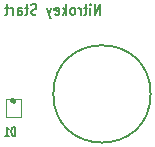
<source format=gbo>
G04 #@! TF.FileFunction,Legend,Bot*
%FSLAX46Y46*%
G04 Gerber Fmt 4.6, Leading zero omitted, Abs format (unit mm)*
G04 Created by KiCad (PCBNEW 4.0.7) date 2018. July 04., Wednesday 00:12:24*
%MOMM*%
%LPD*%
G01*
G04 APERTURE LIST*
%ADD10C,0.150000*%
%ADD11C,0.381000*%
%ADD12C,0.099060*%
G04 APERTURE END LIST*
D10*
X-3588247Y6692157D02*
X-3588247Y7592157D01*
X-4045390Y6692157D01*
X-4045390Y7592157D01*
X-4426342Y6692157D02*
X-4426342Y7292157D01*
X-4426342Y7592157D02*
X-4388247Y7549300D01*
X-4426342Y7506443D01*
X-4464437Y7549300D01*
X-4426342Y7592157D01*
X-4426342Y7506443D01*
X-4693008Y7292157D02*
X-4997770Y7292157D01*
X-4807294Y7592157D02*
X-4807294Y6820729D01*
X-4845389Y6735014D01*
X-4921580Y6692157D01*
X-4997770Y6692157D01*
X-5264437Y6692157D02*
X-5264437Y7292157D01*
X-5264437Y7120729D02*
X-5302532Y7206443D01*
X-5340628Y7249300D01*
X-5416818Y7292157D01*
X-5493009Y7292157D01*
X-5873961Y6692157D02*
X-5797770Y6735014D01*
X-5759675Y6777871D01*
X-5721580Y6863586D01*
X-5721580Y7120729D01*
X-5759675Y7206443D01*
X-5797770Y7249300D01*
X-5873961Y7292157D01*
X-5988247Y7292157D01*
X-6064437Y7249300D01*
X-6102532Y7206443D01*
X-6140628Y7120729D01*
X-6140628Y6863586D01*
X-6102532Y6777871D01*
X-6064437Y6735014D01*
X-5988247Y6692157D01*
X-5873961Y6692157D01*
X-6483485Y6692157D02*
X-6483485Y7592157D01*
X-6559676Y7035014D02*
X-6788247Y6692157D01*
X-6788247Y7292157D02*
X-6483485Y6949300D01*
X-7435866Y6735014D02*
X-7359676Y6692157D01*
X-7207295Y6692157D01*
X-7131104Y6735014D01*
X-7093009Y6820729D01*
X-7093009Y7163586D01*
X-7131104Y7249300D01*
X-7207295Y7292157D01*
X-7359676Y7292157D01*
X-7435866Y7249300D01*
X-7473961Y7163586D01*
X-7473961Y7077871D01*
X-7093009Y6992157D01*
X-7740628Y7292157D02*
X-7931104Y6692157D01*
X-8121580Y7292157D02*
X-7931104Y6692157D01*
X-7854913Y6477871D01*
X-7816818Y6435014D01*
X-7740628Y6392157D01*
X-8997771Y6735014D02*
X-9112057Y6692157D01*
X-9302533Y6692157D01*
X-9378723Y6735014D01*
X-9416819Y6777871D01*
X-9454914Y6863586D01*
X-9454914Y6949300D01*
X-9416819Y7035014D01*
X-9378723Y7077871D01*
X-9302533Y7120729D01*
X-9150152Y7163586D01*
X-9073961Y7206443D01*
X-9035866Y7249300D01*
X-8997771Y7335014D01*
X-8997771Y7420729D01*
X-9035866Y7506443D01*
X-9073961Y7549300D01*
X-9150152Y7592157D01*
X-9340628Y7592157D01*
X-9454914Y7549300D01*
X-9683485Y7292157D02*
X-9988247Y7292157D01*
X-9797771Y7592157D02*
X-9797771Y6820729D01*
X-9835866Y6735014D01*
X-9912057Y6692157D01*
X-9988247Y6692157D01*
X-10597771Y6692157D02*
X-10597771Y7163586D01*
X-10559676Y7249300D01*
X-10483486Y7292157D01*
X-10331105Y7292157D01*
X-10254914Y7249300D01*
X-10597771Y6735014D02*
X-10521581Y6692157D01*
X-10331105Y6692157D01*
X-10254914Y6735014D01*
X-10216819Y6820729D01*
X-10216819Y6906443D01*
X-10254914Y6992157D01*
X-10331105Y7035014D01*
X-10521581Y7035014D01*
X-10597771Y7077871D01*
X-10978724Y6692157D02*
X-10978724Y7292157D01*
X-10978724Y7120729D02*
X-11016819Y7206443D01*
X-11054915Y7249300D01*
X-11131105Y7292157D01*
X-11207296Y7292157D01*
X-11359676Y7292157D02*
X-11664438Y7292157D01*
X-11473962Y7592157D02*
X-11473962Y6820729D01*
X-11512057Y6735014D01*
X-11588248Y6692157D01*
X-11664438Y6692157D01*
D11*
X-10896500Y-598500D02*
G75*
G03X-10896500Y-598500I-63500J0D01*
G01*
D12*
X-10960000Y-471500D02*
X-11595000Y-471500D01*
X-11595000Y-471500D02*
X-11595000Y-1995500D01*
X-11595000Y-1995500D02*
X-10325000Y-1995500D01*
X-10325000Y-1995500D02*
X-10325000Y-471500D01*
X-10325000Y-471500D02*
X-10960000Y-471500D01*
D10*
X665066Y-12700D02*
G75*
G03X665066Y-12700I-4119466J0D01*
G01*
X-10783943Y-3575005D02*
X-10783943Y-2775005D01*
X-10926800Y-2775005D01*
X-11012515Y-2813100D01*
X-11069657Y-2889290D01*
X-11098229Y-2965481D01*
X-11126800Y-3117862D01*
X-11126800Y-3232148D01*
X-11098229Y-3384529D01*
X-11069657Y-3460719D01*
X-11012515Y-3536910D01*
X-10926800Y-3575005D01*
X-10783943Y-3575005D01*
X-11698229Y-3575005D02*
X-11355372Y-3575005D01*
X-11526800Y-3575005D02*
X-11526800Y-2775005D01*
X-11469657Y-2889290D01*
X-11412515Y-2965481D01*
X-11355372Y-3003576D01*
M02*

</source>
